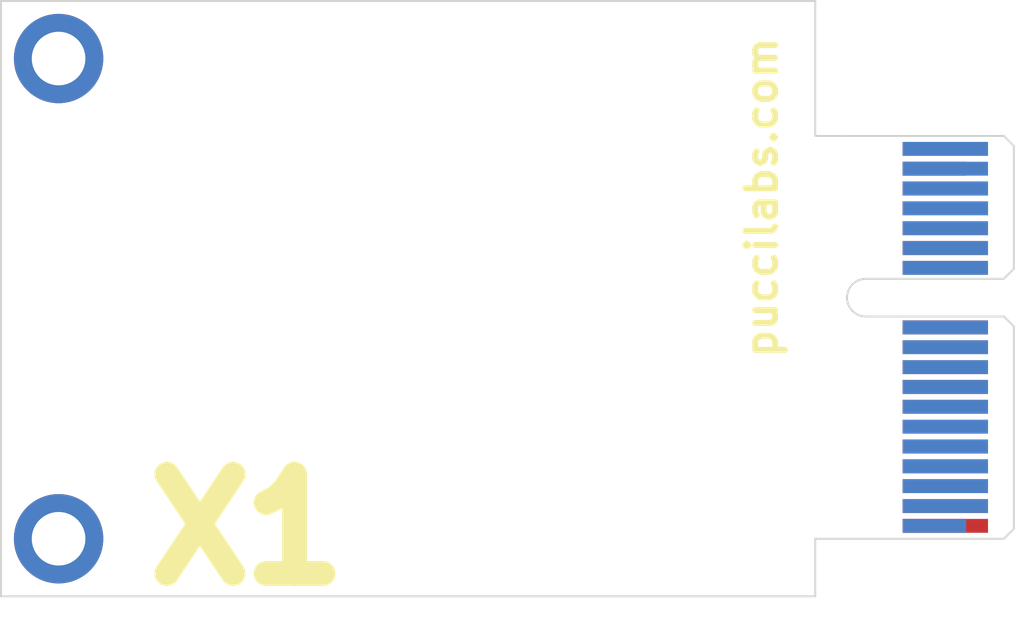
<source format=kicad_pcb>
(kicad_pcb (version 20171130) (host pcbnew "(5.1.6-0-10_14)")

  (general
    (thickness 1.6)
    (drawings 9)
    (tracks 0)
    (zones 0)
    (modules 3)
    (nets 20)
  )

  (page A4)
  (layers
    (0 F.Cu signal)
    (1 In1.Cu signal)
    (2 In2.Cu signal)
    (31 B.Cu signal)
    (32 B.Adhes user)
    (33 F.Adhes user)
    (34 B.Paste user)
    (35 F.Paste user)
    (36 B.SilkS user)
    (37 F.SilkS user)
    (38 B.Mask user hide)
    (39 F.Mask user hide)
    (40 Dwgs.User user hide)
    (41 Cmts.User user hide)
    (42 Eco1.User user hide)
    (43 Eco2.User user hide)
    (44 Edge.Cuts user)
    (45 Margin user hide)
    (46 B.CrtYd user)
    (47 F.CrtYd user hide)
    (48 B.Fab user hide)
    (49 F.Fab user hide)
  )

  (setup
    (last_trace_width 0.25)
    (user_trace_width 0.2)
    (user_trace_width 0.3)
    (user_trace_width 0.5)
    (user_trace_width 0.7)
    (user_trace_width 1.6)
    (trace_clearance 0.2)
    (zone_clearance 0.2)
    (zone_45_only no)
    (trace_min 0.2)
    (via_size 0.8)
    (via_drill 0.4)
    (via_min_size 0.4)
    (via_min_drill 0.3)
    (user_via 0.6 0.3)
    (uvia_size 0.3)
    (uvia_drill 0.1)
    (uvias_allowed no)
    (uvia_min_size 0.2)
    (uvia_min_drill 0.1)
    (edge_width 0.05)
    (segment_width 0.2)
    (pcb_text_width 0.3)
    (pcb_text_size 1.5 1.5)
    (mod_edge_width 0.12)
    (mod_text_size 1 1)
    (mod_text_width 0.15)
    (pad_size 0.7 4.3)
    (pad_drill 0)
    (pad_to_mask_clearance 0.051)
    (solder_mask_min_width 0.25)
    (aux_axis_origin 0 0)
    (visible_elements FFFFFF7F)
    (pcbplotparams
      (layerselection 0x010fc_ffffffff)
      (usegerberextensions false)
      (usegerberattributes false)
      (usegerberadvancedattributes false)
      (creategerberjobfile false)
      (excludeedgelayer true)
      (linewidth 0.100000)
      (plotframeref false)
      (viasonmask false)
      (mode 1)
      (useauxorigin false)
      (hpglpennumber 1)
      (hpglpenspeed 20)
      (hpglpendiameter 15.000000)
      (psnegative false)
      (psa4output false)
      (plotreference true)
      (plotvalue true)
      (plotinvisibletext false)
      (padsonsilk false)
      (subtractmaskfromsilk false)
      (outputformat 1)
      (mirror false)
      (drillshape 0)
      (scaleselection 1)
      (outputdirectory "Fab Files/"))
  )

  (net 0 "")
  (net 1 GND)
  (net 2 VBUS)
  (net 3 /hTX)
  (net 4 /hRX)
  (net 5 /hRTS)
  (net 6 /hCTS)
  (net 7 /hDCD)
  (net 8 /hDTR)
  (net 9 /hRI)
  (net 10 +BATT)
  (net 11 /PWROK)
  (net 12 /TMS)
  (net 13 /TDI)
  (net 14 /TCK)
  (net 15 /SW_PWR)
  (net 16 /TRST)
  (net 17 /SMDAT)
  (net 18 /SMCLK)
  (net 19 /SYSID)

  (net_class Default "This is the default net class."
    (clearance 0.2)
    (trace_width 0.25)
    (via_dia 0.8)
    (via_drill 0.4)
    (uvia_dia 0.3)
    (uvia_drill 0.1)
    (add_net +BATT)
    (add_net /PWROK)
    (add_net /SMCLK)
    (add_net /SMDAT)
    (add_net /SW_PWR)
    (add_net /SYSID)
    (add_net /TCK)
    (add_net /TDI)
    (add_net /TMS)
    (add_net /TRST)
    (add_net /hCTS)
    (add_net /hDCD)
    (add_net /hDTR)
    (add_net /hRI)
    (add_net /hRTS)
    (add_net /hRX)
    (add_net /hTX)
    (add_net GND)
    (add_net VBUS)
  )

  (module MountingHole:MountingHole_2.7mm_M2.5_ISO7380_Pad (layer F.Cu) (tedit 56D1B4CB) (tstamp 5E617B37)
    (at 127.6 112.9 180)
    (descr "Mounting Hole 2.7mm, M2.5, ISO7380")
    (tags "mounting hole 2.7mm m2.5 iso7380")
    (path /5F0C61BC)
    (attr virtual)
    (fp_text reference H1 (at 0 -3.25) (layer F.SilkS) hide
      (effects (font (size 1 1) (thickness 0.15)))
    )
    (fp_text value MountingHole_Pad (at 0 3.25) (layer F.Fab)
      (effects (font (size 1 1) (thickness 0.15)))
    )
    (fp_circle (center 0 0) (end 2.5 0) (layer F.CrtYd) (width 0.05))
    (fp_circle (center 0 0) (end 2.25 0) (layer Cmts.User) (width 0.15))
    (fp_text user %R (at 0.3 0) (layer F.Fab)
      (effects (font (size 1 1) (thickness 0.15)))
    )
    (pad 1 thru_hole circle (at 0 0 180) (size 4.5 4.5) (drill 2.7) (layers *.Cu *.Mask)
      (net 1 GND))
  )

  (module MountingHole:MountingHole_2.7mm_M2.5_ISO7380_Pad (layer F.Cu) (tedit 56D1B4CB) (tstamp 5E616266)
    (at 127.6 88.7 180)
    (descr "Mounting Hole 2.7mm, M2.5, ISO7380")
    (tags "mounting hole 2.7mm m2.5 iso7380")
    (path /60D0EE9E)
    (attr virtual)
    (fp_text reference H2 (at 0 -3.25) (layer F.SilkS) hide
      (effects (font (size 1 1) (thickness 0.15)))
    )
    (fp_text value MountingHole_Pad (at 0 3.25) (layer F.Fab)
      (effects (font (size 1 1) (thickness 0.15)))
    )
    (fp_circle (center 0 0) (end 2.5 0) (layer F.CrtYd) (width 0.05))
    (fp_circle (center 0 0) (end 2.25 0) (layer Cmts.User) (width 0.15))
    (fp_text user %R (at 0.3 0) (layer F.Fab)
      (effects (font (size 1 1) (thickness 0.15)))
    )
    (pad 1 thru_hole circle (at 0 0 180) (size 4.5 4.5) (drill 2.7) (layers *.Cu *.Mask)
      (net 1 GND))
  )

  (module Connector_PCBEdge:BUS_PCIexpress_x1 (layer F.Cu) (tedit 5E6085AC) (tstamp 5E610363)
    (at 172.25 112.25 90)
    (descr "PCIexpress Bus Edge Connector x1 http://www.ritrontek.com/uploadfile/2016/1026/20161026105231124.pdf#page=70")
    (tags PCIe)
    (path /5E618E7D)
    (attr virtual)
    (fp_text reference J4 (at 5 -3.5 90) (layer F.SilkS) hide
      (effects (font (size 1 1) (thickness 0.15)))
    )
    (fp_text value PCIExpress (at 10.33 -8.01 90) (layer F.Fab)
      (effects (font (size 1 1) (thickness 0.15)))
    )
    (fp_line (start -1.15 -5.45) (end 20.15 -5.45) (layer F.CrtYd) (width 0.05))
    (fp_line (start -1.15 -5.45) (end -1.15 3.95) (layer F.CrtYd) (width 0.05))
    (fp_line (start 20.15 3.95) (end 20.15 -5.45) (layer F.CrtYd) (width 0.05))
    (fp_line (start 20.15 3.95) (end -1.15 3.95) (layer F.CrtYd) (width 0.05))
    (fp_line (start 10.55 -4) (end 10.55 2.95) (layer Edge.Cuts) (width 0.1))
    (fp_line (start 12.45 -4) (end 12.45 2.95) (layer Edge.Cuts) (width 0.1))
    (fp_line (start -0.65 -4.95) (end -0.65 2.95) (layer Edge.Cuts) (width 0.1))
    (fp_line (start -0.15 3.45) (end 10.05 3.45) (layer Edge.Cuts) (width 0.1))
    (fp_line (start 19.65 -4.95) (end 19.65 2.95) (layer Edge.Cuts) (width 0.1))
    (fp_line (start 12.95 3.45) (end 19.15 3.45) (layer Edge.Cuts) (width 0.1))
    (fp_line (start -0.65 2.95) (end -0.15 3.45) (layer Edge.Cuts) (width 0.1))
    (fp_line (start 10.55 2.95) (end 10.05 3.45) (layer Edge.Cuts) (width 0.1))
    (fp_line (start 12.45 2.95) (end 12.95 3.45) (layer Edge.Cuts) (width 0.1))
    (fp_line (start 19.65 2.95) (end 19.15 3.45) (layer Edge.Cuts) (width 0.1))
    (fp_text user %R (at 16 -3.5 90) (layer F.Fab)
      (effects (font (size 1 1) (thickness 0.15)))
    )
    (fp_text user "PCB Thickness 1.57 mm" (at 5 2.8 270) (layer Cmts.User)
      (effects (font (size 0.5 0.5) (thickness 0.1)))
    )
    (fp_arc (start 11.5 -4) (end 12.45 -4) (angle -180) (layer Edge.Cuts) (width 0.1))
    (pad b1 connect rect (at 0 0 90) (size 0.7 4.3) (layers F.Cu F.Mask)
      (net 10 +BATT))
    (pad b2 connect rect (at 1 0 90) (size 0.7 4.3) (layers F.Cu F.Mask)
      (net 10 +BATT))
    (pad b3 connect rect (at 2 0 90) (size 0.7 4.3) (layers F.Cu F.Mask)
      (net 19 /SYSID))
    (pad b4 connect rect (at 3 0 90) (size 0.7 4.3) (layers F.Cu F.Mask)
      (net 1 GND))
    (pad b5 connect rect (at 4 0 90) (size 0.7 4.3) (layers F.Cu F.Mask)
      (net 18 /SMCLK))
    (pad b6 connect rect (at 5 0 90) (size 0.7 4.3) (layers F.Cu F.Mask)
      (net 17 /SMDAT))
    (pad b7 connect rect (at 6 0 90) (size 0.7 4.3) (layers F.Cu F.Mask)
      (net 1 GND))
    (pad b8 connect rect (at 7 0 90) (size 0.7 4.3) (layers F.Cu F.Mask)
      (net 2 VBUS))
    (pad b9 connect rect (at 8 0 90) (size 0.7 4.3) (layers F.Cu F.Mask)
      (net 16 /TRST))
    (pad b10 connect rect (at 9 0 90) (size 0.7 4.3) (layers F.Cu F.Mask)
      (net 2 VBUS))
    (pad b11 connect rect (at 10 0 90) (size 0.7 4.3) (layers F.Cu F.Mask)
      (net 15 /SW_PWR))
    (pad b14 connect rect (at 15 0 90) (size 0.7 4.3) (layers F.Cu F.Mask)
      (net 3 /hTX))
    (pad b15 connect rect (at 16 0 90) (size 0.7 4.3) (layers F.Cu F.Mask)
      (net 5 /hRTS))
    (pad b16 connect rect (at 17 0 90) (size 0.7 4.3) (layers F.Cu F.Mask)
      (net 1 GND))
    (pad b17 connect rect (at 18 -0.55 90) (size 0.7 3.2) (layers F.Cu F.Mask)
      (net 1 GND))
    (pad b18 connect rect (at 19 0 90) (size 0.7 4.3) (layers F.Cu F.Mask)
      (net 1 GND))
    (pad b12 connect rect (at 13 0 90) (size 0.7 4.3) (layers F.Cu F.Mask)
      (net 9 /hRI))
    (pad b13 connect rect (at 14 0 90) (size 0.7 4.3) (layers F.Cu F.Mask)
      (net 1 GND))
    (pad a1 connect rect (at 0 -0.55 90) (size 0.7 3.2) (layers B.Cu B.Mask)
      (net 1 GND))
    (pad a2 connect rect (at 1 0 90) (size 0.7 4.3) (layers B.Cu B.Mask)
      (net 10 +BATT))
    (pad a3 connect rect (at 2 0 90) (size 0.7 4.3) (layers B.Cu B.Mask)
      (net 10 +BATT))
    (pad a4 connect rect (at 3 0 90) (size 0.7 4.3) (layers B.Cu B.Mask)
      (net 1 GND))
    (pad a5 connect rect (at 4 0 90) (size 0.7 4.3) (layers B.Cu B.Mask)
      (net 14 /TCK))
    (pad a6 connect rect (at 5 0 90) (size 0.7 4.3) (layers B.Cu B.Mask)
      (net 13 /TDI))
    (pad a7 connect rect (at 6 0 90) (size 0.7 4.3) (layers B.Cu B.Mask)
      (net 13 /TDI))
    (pad a8 connect rect (at 7 0 90) (size 0.7 4.3) (layers B.Cu B.Mask)
      (net 12 /TMS))
    (pad a9 connect rect (at 8 0 90) (size 0.7 4.3) (layers B.Cu B.Mask)
      (net 2 VBUS))
    (pad a10 connect rect (at 9 0 90) (size 0.7 4.3) (layers B.Cu B.Mask)
      (net 2 VBUS))
    (pad a11 connect rect (at 10 0 90) (size 0.7 4.3) (layers B.Cu B.Mask)
      (net 11 /PWROK))
    (pad a14 connect rect (at 15 0 90) (size 0.7 4.3) (layers B.Cu B.Mask)
      (net 7 /hDCD))
    (pad a15 connect rect (at 16 0 90) (size 0.7 4.3) (layers B.Cu B.Mask)
      (net 1 GND))
    (pad a16 connect rect (at 17 0 90) (size 0.7 4.3) (layers B.Cu B.Mask)
      (net 4 /hRX))
    (pad a17 connect rect (at 18 0 90) (size 0.7 4.3) (layers B.Cu B.Mask)
      (net 6 /hCTS))
    (pad a18 connect rect (at 19 0 90) (size 0.7 4.3) (layers B.Cu B.Mask)
      (net 1 GND))
    (pad a12 connect rect (at 13 0 90) (size 0.7 4.3) (layers B.Cu B.Mask)
      (net 1 GND))
    (pad a13 connect rect (at 14 0 90) (size 0.7 4.3) (layers B.Cu B.Mask)
      (net 8 /hDTR))
  )

  (gr_line (start 167.3 112.9) (end 165.7 112.9) (layer Edge.Cuts) (width 0.1) (tstamp 5E610329))
  (gr_text puccilabs.com (at 163 95.7 90) (layer F.SilkS)
    (effects (font (size 1.5 1.5) (thickness 0.3)))
  )
  (gr_text X1 (at 137.1 112.4) (layer F.SilkS)
    (effects (font (size 5 5) (thickness 1.25)))
  )
  (gr_line (start 165.7 92.6) (end 165.7 85.8) (layer Edge.Cuts) (width 0.1) (tstamp 5E67593C))
  (gr_line (start 167.3 92.6) (end 165.7 92.6) (layer Edge.Cuts) (width 0.1))
  (gr_line (start 165.7 115.8) (end 124.7 115.8) (layer Edge.Cuts) (width 0.1) (tstamp 5E612064))
  (gr_line (start 124.7 85.8) (end 165.7 85.8) (layer Edge.Cuts) (width 0.1) (tstamp 5E6105C9))
  (gr_line (start 165.7 112.9) (end 165.7 115.8) (layer Edge.Cuts) (width 0.1))
  (gr_line (start 124.7 85.8) (end 124.7 115.8) (layer Edge.Cuts) (width 0.1))

)

</source>
